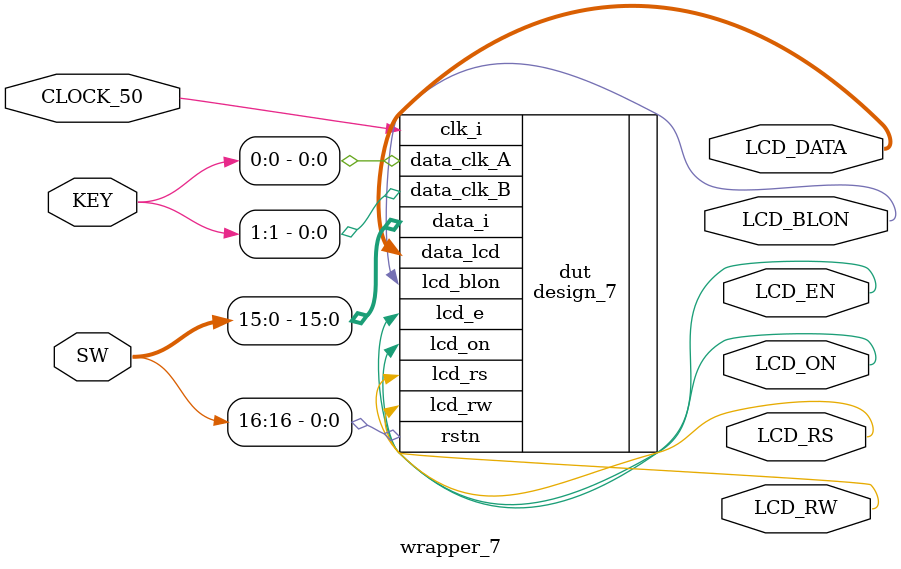
<source format=sv>
module wrapper_7 (
// input
input logic CLOCK_50,
input logic [16:0] SW,
input logic [1:0] KEY,
// output
output logic LCD_EN, LCD_RS,LCD_ON,LCD_BLON,LCD_RW,
output logic [7:0] LCD_DATA
);
design_7 dut (
.clk_i (CLOCK_50),
.data_i(SW[15:0]),
.lcd_e(LCD_EN),
.lcd_rs(LCD_RS),
.lcd_on(LCD_ON),
.lcd_blon(LCD_BLON),
.lcd_rw(LCD_RW),
.data_lcd(LCD_DATA),
.data_clk_A(KEY[0]),
.data_clk_B(KEY[1]),
.rstn(SW[16])
);
endmodule

</source>
